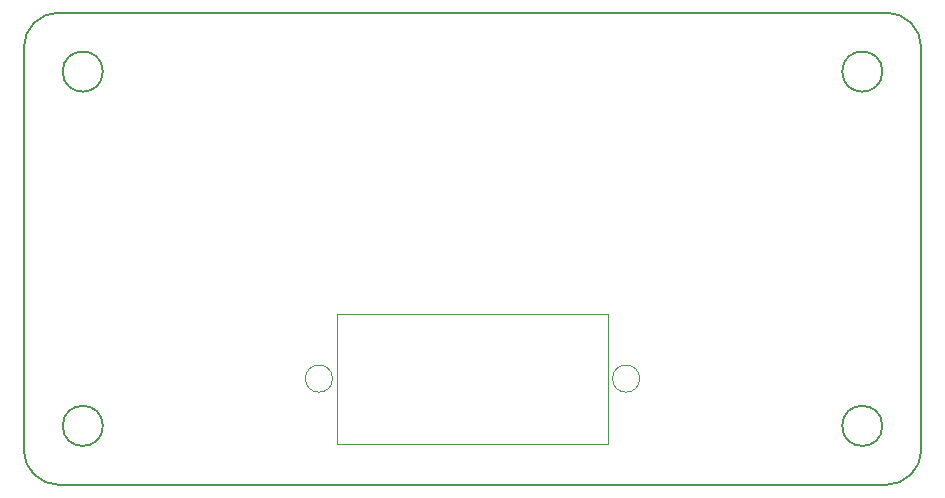
<source format=gbr>
%TF.GenerationSoftware,KiCad,Pcbnew,(6.0.11)*%
%TF.CreationDate,2024-02-08T00:56:39+09:00*%
%TF.ProjectId,SmallPW,536d616c-6c50-4572-9e6b-696361645f70,rev?*%
%TF.SameCoordinates,Original*%
%TF.FileFunction,Profile,NP*%
%FSLAX46Y46*%
G04 Gerber Fmt 4.6, Leading zero omitted, Abs format (unit mm)*
G04 Created by KiCad (PCBNEW (6.0.11)) date 2024-02-08 00:56:39*
%MOMM*%
%LPD*%
G01*
G04 APERTURE LIST*
%TA.AperFunction,Profile*%
%ADD10C,0.200000*%
%TD*%
%TA.AperFunction,Profile*%
%ADD11C,0.120000*%
%TD*%
G04 APERTURE END LIST*
D10*
X166200000Y-52300000D02*
G75*
G03*
X166200000Y-52300000I-1700000J0D01*
G01*
X166500000Y-87300000D02*
G75*
G03*
X169500000Y-84300000I0J3000000D01*
G01*
X96500000Y-87300000D02*
X166500000Y-87300000D01*
X96500000Y-47300000D02*
G75*
G03*
X93500000Y-50300000I0J-3000000D01*
G01*
X169500000Y-84300000D02*
X169500000Y-50300000D01*
X166200000Y-82300000D02*
G75*
G03*
X166200000Y-82300000I-1700000J0D01*
G01*
X166500000Y-47300000D02*
X96500000Y-47300000D01*
X100200000Y-82300000D02*
G75*
G03*
X100200000Y-82300000I-1700000J0D01*
G01*
X100200000Y-52300000D02*
G75*
G03*
X100200000Y-52300000I-1700000J0D01*
G01*
X169500000Y-50300000D02*
G75*
G03*
X166500000Y-47300000I-3000000J0D01*
G01*
X93500000Y-84300000D02*
G75*
G03*
X96500000Y-87300000I3000000J0D01*
G01*
X93500000Y-50300000D02*
X93500000Y-84300000D01*
D11*
%TO.C,MES1*%
X120000000Y-76300000D02*
X120000000Y-80300000D01*
X120000000Y-83800000D02*
X143000000Y-83800000D01*
X143000000Y-76300000D02*
X143000000Y-72800000D01*
X143000000Y-83800000D02*
X143000000Y-80300000D01*
X143000000Y-72800000D02*
X120000000Y-72800000D01*
X120000000Y-72800000D02*
X120000000Y-76300000D01*
X143000000Y-80300000D02*
X143000000Y-76300000D01*
X120000000Y-80300000D02*
X120000000Y-83800000D01*
X145650000Y-78300000D02*
G75*
G03*
X145650000Y-78300000I-1150000J0D01*
G01*
X119650000Y-78300000D02*
G75*
G03*
X119650000Y-78300000I-1150000J0D01*
G01*
%TD*%
M02*

</source>
